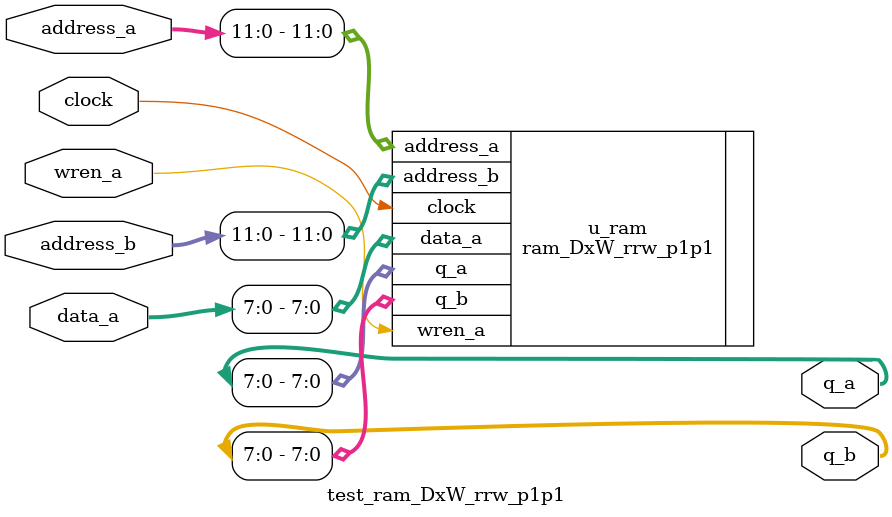
<source format=sv>


module test_ram_DxW_rrw_p1p1 (
	input           clock,
	input [31:0]    address_a,
	input           wren_a,
	input [31:0]    data_a,
	output[31:0]    q_a,

	input [31:0]    address_b,
	output[31:0]    q_b
);

    localparam DEPTH = 4096;
    localparam WIDTH = 8;

    localparam DEPTH_BITS = $clog2(DEPTH);

    ram_DxW_rrw_p1p1 #(
        .DEPTH(DEPTH),
        .WIDTH(WIDTH)
    )
    u_ram ( 
        .clock(clock),
        .address_a(address_a[DEPTH_BITS-1:0]),
        .wren_a(wren_a),
        .data_a(data_a[WIDTH-1:0]),
        .q_a(q_a[WIDTH-1:0]),
        .address_b(address_b[DEPTH_BITS-1:0]),
        .q_b(q_b[WIDTH-1:0]) 
    );

endmodule

</source>
